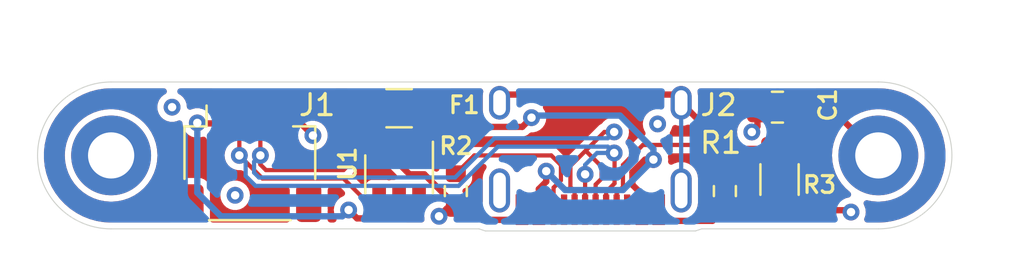
<source format=kicad_pcb>
(kicad_pcb (version 20210925) (generator pcbnew)
  (layers (0 "F.Cu" signal) (31 "B.Cu" signal) (34 "B.Paste" user) (35 "F.Paste" user) (36 "B.SilkS" user "B.Silkscreen") (37 "F.SilkS" user "F.Silkscreen") (38 "B.Mask" user) (39 "F.Mask" user) (44 "Edge.Cuts" user))
  (net 0 "")
  (footprint "Fuse:Fuse_1206_3216Metric" (layer "F.Cu") (at 37.9 25.85)
    (fp_text reference "F1" (at 3.1 -0.15) (layer "F.SilkS") (effects (font (size 0.8 0.8))))
    (fp_text value "500mA")
    (fp_line (start -0.602064 -0.91) (end 0.602064 -0.91) (layer "F.SilkS") (width 0.12))
    (fp_line (start -0.602064 0.91) (end 0.602064 0.91) (layer "F.SilkS") (width 0.12))
    (pad "1" smd roundrect locked (at -1.4 0) (size 1.25 1.75) (layers "F.Cu" "F.Paste" "F.Mask") (roundrect_rratio 0.2))
    (pad "2" smd roundrect locked (at 1.4 0) (size 1.25 1.75) (layers "F.Cu" "F.Paste" "F.Mask") (roundrect_rratio 0.2))
  )
  (footprint "Resistor_SMD:R_0603_1608Metric" (layer "F.Cu") (at 40.6 29.8 90)
    (fp_text reference "R2" (at 2.15 0 -180) (layer "F.SilkS") (effects (font (size 0.8 0.8))))
    (fp_text value "5.1K")
    (fp_line (start -0.237258 -0.5225) (end 0.237258 -0.5225) (layer "F.SilkS") (width 0.12))
    (fp_line (start -0.237258 0.5225) (end 0.237258 0.5225) (layer "F.SilkS") (width 0.12))
    (pad "1" smd roundrect locked (at -0.825 0 90) (size 0.8 0.95) (layers "F.Cu" "F.Paste" "F.Mask"))
    (pad "2" smd roundrect locked (at 0.825 0 90) (size 0.8 0.95) (layers "F.Cu" "F.Paste" "F.Mask"))
  )
  (footprint "MountingHole:MountingHole_2.2mm_M2_DIN965_Pad" (layer "F.Cu") (at 24.2 28.1)
    (fp_text reference "H1" hide)
    (fp_text value "MountingHole")
    (pad "1" thru_hole circle locked (at 0 0) (size 3.8 3.8) (drill 2.2) (layers *.Cu *.Mask))
  )
  (footprint "Resistor_SMD:R_0603_1608Metric" (layer "F.Cu") (at 53.4 29.8 90)
    (fp_text reference "R1" (at 2.3 -0.2) (layer "F.SilkS"))
    (fp_text value "5.1K")
    (fp_line (start -0.237258 0.5225) (end 0.237258 0.5225) (layer "F.SilkS") (width 0.12))
    (fp_line (start -0.237258 -0.5225) (end 0.237258 -0.5225) (layer "F.SilkS") (width 0.12))
    (pad "1" smd roundrect locked (at -0.825 0 90) (size 0.8 0.95) (layers "F.Cu" "F.Paste" "F.Mask"))
    (pad "2" smd roundrect locked (at 0.825 0 90) (size 0.8 0.95) (layers "F.Cu" "F.Paste" "F.Mask"))
  )
  (footprint "Resistor_SMD:R_1206_3216Metric" (layer "F.Cu") (at 56 29.25 -90)
    (fp_text reference "R3" (at 0.25 -1.9) (layer "F.SilkS") (effects (font (size 0.8 0.8))))
    (fp_text value "1M")
    (fp_line (start -0.727064 0.91) (end 0.727064 0.91) (layer "F.SilkS") (width 0.12))
    (fp_line (start -0.727064 -0.91) (end 0.727064 -0.91) (layer "F.SilkS") (width 0.12))
    (pad "1" smd roundrect locked (at -1.4625 0 270) (size 1.125 1.75) (layers "F.Cu" "F.Paste" "F.Mask") (roundrect_rratio 0.2222222222))
    (pad "2" smd roundrect locked (at 1.4625 0 270) (size 1.125 1.75) (layers "F.Cu" "F.Paste" "F.Mask") (roundrect_rratio 0.2222222222))
  )
  (footprint "pcbart:tt_4mm" (layer "F.Cu") (at 55.2 29.1)
    (fp_text reference "Ref**" hide)
    (fp_text value "Val**" hide)
  )
  (footprint "MountingHole:MountingHole_2.2mm_M2_DIN965_Pad" (layer "F.Cu") (at 60.7 28.1)
    (fp_text reference "H2" hide)
    (fp_text value "MountingHole_Pad")
    (pad "1" thru_hole circle locked (at 0 0) (size 3.8 3.8) (drill 2.2) (layers *.Cu *.Mask))
  )
  (footprint "Connector_JST:JST_SH_SM04B-SRSS-TB_1x04-1MP_P1.00mm_Horizontal" (layer "F.Cu") (at 30.8 28.5)
    (fp_text reference "J1" (at 3.2 -2.8) (layer "F.SilkS"))
    (fp_text value "JST_SH_SM04B-SRSS-TB_1x04")
    (fp_line (start 3.11 0.715) (end 3.11 -1.785) (layer "F.SilkS") (width 0.12))
    (fp_line (start -2.06 -1.785) (end -2.06 -2.775) (layer "F.SilkS") (width 0.12))
    (fp_line (start -3.11 -1.785) (end -2.06 -1.785) (layer "F.SilkS") (width 0.12))
    (fp_line (start -1.94 2.685) (end 1.94 2.685) (layer "F.SilkS") (width 0.12))
    (fp_line (start -3.11 0.715) (end -3.11 -1.785) (layer "F.SilkS") (width 0.12))
    (fp_line (start 3.11 -1.785) (end 2.06 -1.785) (layer "F.SilkS") (width 0.12))
    (pad "1" smd roundrect locked (at -1.5 -2) (size 0.6 1.55) (layers "F.Cu" "F.Paste" "F.Mask"))
    (pad "2" smd roundrect locked (at -0.5 -2) (size 0.6 1.55) (layers "F.Cu" "F.Paste" "F.Mask"))
    (pad "3" smd roundrect locked (at 0.5 -2) (size 0.6 1.55) (layers "F.Cu" "F.Paste" "F.Mask"))
    (pad "4" smd roundrect locked (at 1.5 -2) (size 0.6 1.55) (layers "F.Cu" "F.Paste" "F.Mask"))
    (pad "MP" smd roundrect locked (at 2.8 1.875) (size 1.2 1.8) (layers "F.Cu" "F.Paste" "F.Mask") (roundrect_rratio 0.2083333333))
    (pad "MP" smd roundrect locked (at -2.8 1.875) (size 1.2 1.8) (layers "F.Cu" "F.Paste" "F.Mask") (roundrect_rratio 0.2083333333))
  )
  (footprint "Capacitor_SMD:C_0805_2012Metric" (layer "F.Cu") (at 55.9 25.8 180)
    (fp_text reference "C1" (at -2.4 0.1 90) (layer "F.SilkS") (effects (font (size 0.8 0.8))))
    (fp_text value "470n")
    (fp_line (start -0.261252 -0.735) (end 0.261252 -0.735) (layer "F.SilkS") (width 0.12))
    (fp_line (start -0.261252 0.735) (end 0.261252 0.735) (layer "F.SilkS") (width 0.12))
    (pad "1" smd roundrect locked (at -0.95 0 180) (size 1 1.45) (layers "F.Cu" "F.Paste" "F.Mask"))
    (pad "2" smd roundrect locked (at 0.95 0 180) (size 1 1.45) (layers "F.Cu" "F.Paste" "F.Mask"))
  )
  (footprint "Package_TO_SOT_SMD:SOT-23-6" (layer "F.Cu") (at 37.9 29 -90)
    (fp_text reference "U1" (at -0.5 2.45 90) (layer "F.SilkS") (effects (font (size 0.8 0.8))))
    (fp_text value "SRV05-4")
    (fp_line (start -0.9 1.61) (end 0.9 1.61) (layer "F.SilkS") (width 0.12))
    (fp_line (start 0.9 -1.61) (end -1.55 -1.61) (layer "F.SilkS") (width 0.12))
    (pad "1" smd rect locked (at -1.1 -0.95 270) (size 1.06 0.65) (layers "F.Cu" "F.Paste" "F.Mask"))
    (pad "2" smd rect locked (at -1.1 0 270) (size 1.06 0.65) (layers "F.Cu" "F.Paste" "F.Mask"))
    (pad "3" smd rect locked (at -1.1 0.95 270) (size 1.06 0.65) (layers "F.Cu" "F.Paste" "F.Mask"))
    (pad "4" smd rect locked (at 1.1 0.95 270) (size 1.06 0.65) (layers "F.Cu" "F.Paste" "F.Mask"))
    (pad "5" smd rect locked (at 1.1 0 270) (size 1.06 0.65) (layers "F.Cu" "F.Paste" "F.Mask"))
    (pad "6" smd rect locked (at 1.1 -0.95 270) (size 1.06 0.65) (layers "F.Cu" "F.Paste" "F.Mask"))
  )
  (footprint "Connector_USB:USB_C_Receptacle_HRO_TYPE-C-31-M-12" (layer "F.Cu") (at 47 26.64 180)
    (fp_text reference "J2" (at -6.1 0.94 180) (layer "F.SilkS"))
    (fp_text value "USB_C_Receptacle_USB2.0")
    (pad "" np_thru_hole circle locked (at 2.89 -2.6 180) (size 0.65 0.65) (drill 0.65) (layers *.Cu *.Mask))
    (pad "" np_thru_hole circle locked (at -2.89 -2.6 180) (size 0.65 0.65) (drill 0.65) (layers *.Cu *.Mask))
    (pad "A1" smd rect locked (at -3.25 -4.045 180) (size 0.6 1.45) (layers "F.Cu" "F.Paste" "F.Mask"))
    (pad "A4" smd rect locked (at -2.45 -4.045 180) (size 0.6 1.45) (layers "F.Cu" "F.Paste" "F.Mask"))
    (pad "A5" smd rect locked (at -1.25 -4.045 180) (size 0.3 1.45) (layers "F.Cu" "F.Paste" "F.Mask"))
    (pad "A6" smd rect locked (at -0.25 -4.045 180) (size 0.3 1.45) (layers "F.Cu" "F.Paste" "F.Mask"))
    (pad "A7" smd rect locked (at 0.25 -4.045 180) (size 0.3 1.45) (layers "F.Cu" "F.Paste" "F.Mask"))
    (pad "A8" smd rect locked (at 1.25 -4.045 180) (size 0.3 1.45) (layers "F.Cu" "F.Paste" "F.Mask"))
    (pad "A9" smd rect locked (at 2.45 -4.045 180) (size 0.6 1.45) (layers "F.Cu" "F.Paste" "F.Mask"))
    (pad "A12" smd rect locked (at 3.25 -4.045 180) (size 0.6 1.45) (layers "F.Cu" "F.Paste" "F.Mask"))
    (pad "B1" smd rect locked (at 3.25 -4.045 180) (size 0.6 1.45) (layers "F.Cu" "F.Paste" "F.Mask"))
    (pad "B4" smd rect locked (at 2.45 -4.045 180) (size 0.6 1.45) (layers "F.Cu" "F.Paste" "F.Mask"))
    (pad "B5" smd rect locked (at 1.75 -4.045 180) (size 0.3 1.45) (layers "F.Cu" "F.Paste" "F.Mask"))
    (pad "B6" smd rect locked (at 0.75 -4.045 180) (size 0.3 1.45) (layers "F.Cu" "F.Paste" "F.Mask"))
    (pad "B7" smd rect locked (at -0.75 -4.045 180) (size 0.3 1.45) (layers "F.Cu" "F.Paste" "F.Mask"))
    (pad "B8" smd rect locked (at -1.75 -4.045 180) (size 0.3 1.45) (layers "F.Cu" "F.Paste" "F.Mask"))
    (pad "B9" smd rect locked (at -2.45 -4.045 180) (size 0.6 1.45) (layers "F.Cu" "F.Paste" "F.Mask"))
    (pad "B12" smd rect locked (at -3.25 -4.045 180) (size 0.6 1.45) (layers "F.Cu" "F.Paste" "F.Mask"))
    (pad "S1" thru_hole oval locked (at -4.32 -3.13 180) (size 1 2.1) (drill oval 0.6 1.7) (layers *.Cu *.Mask))
    (pad "S1" thru_hole oval locked (at 4.32 1.05 180) (size 1 1.6) (drill oval 0.6 1.2) (layers *.Cu *.Mask))
    (pad "S1" thru_hole oval locked (at -4.32 1.05 180) (size 1 1.6) (drill oval 0.6 1.2) (layers *.Cu *.Mask))
    (pad "S1" thru_hole oval locked (at 4.32 -3.13 180) (size 1 2.1) (drill oval 0.6 1.7) (layers *.Cu *.Mask))
  )
  (gr_arc (start 24.2 28.1) (end 24.2 24.6) (angle -180) (layer "Edge.Cuts") (width 0.05))
  (gr_line (start 52 31.7) (end 52.3 31.6) (layer "Edge.Cuts") (width 0.05))
  (gr_line (start 41.7 31.6) (end 42 31.7) (layer "Edge.Cuts") (width 0.05))
  (gr_line (start 52.3 31.6) (end 60.7 31.6) (layer "Edge.Cuts") (width 0.05))
  (gr_line (start 41.7 31.6) (end 24.2 31.6) (layer "Edge.Cuts") (width 0.05))
  (gr_line (start 24.2 24.6) (end 60.7 24.6) (layer "Edge.Cuts") (width 0.05))
  (gr_arc (start 60.700002 28.099999) (end 60.7 31.6) (angle -180) (layer "Edge.Cuts") (width 0.05))
  (gr_line (start 42 31.7) (end 52 31.7) (layer "Edge.Cuts") (width 0.05))
  (segment (start 37.9 28.504022) (end 37.9 27.9) (width 0.3) (layer "F.Cu") (net 0))
  (segment (start 31.565686 28.8) (end 35.254999 28.8) (width 0.2) (layer "F.Cu") (net 0))
  (segment (start 29.7 25.2) (end 34.2 25.2) (width 0.3) (layer "F.Cu") (net 0))
  (segment (start 47.25 29.490729) (end 47.53037 29.210359) (width 0.2) (layer "F.Cu") (net 0))
  (segment (start 43.07 25.2) (end 42.68 25.59) (width 0.3) (layer "F.Cu") (net 0))
  (segment (start 53.4675 27.7875) (end 53.4675 27.7375) (width 0.3) (layer "F.Cu") (net 0))
  (segment (start 47.25 30.735) (end 47.25 29.490729) (width 0.2) (layer "F.Cu") (net 0))
  (segment (start 45.25 30.735) (end 45.25 29.635718) (width 0.2) (layer "F.Cu") (net 0))
  (segment (start 56.85 26.9375) (end 56 27.7875) (width 0.3) (layer "F.Cu") (net 0))
  (segment (start 39.8 31.0005) (end 40.1755 30.625) (width 0.3) (layer "F.Cu") (net 0))
  (segment (start 50.25 30.735) (end 50.73452 31.21952) (width 0.3) (layer "F.Cu") (net 0))
  (segment (start 46.050489 29.610978) (end 46.050489 28.599511) (width 0.2) (layer "F.Cu") (net 0))
  (segment (start 29.3 25.6) (end 29.7 25.2) (width 0.3) (layer "F.Cu") (net 0))
  (segment (start 56.85 25.8) (end 56.85 26.9375) (width 0.3) (layer "F.Cu") (net 0))
  (segment (start 48.831706 28.268294) (end 49.499511 27.600489) (width 0.2) (layer "F.Cu") (net 0))
  (segment (start 40.1755 30.625) (end 40.6 30.625) (width 0.3) (layer "F.Cu") (net 0))
  (segment (start 40.6 30.625) (end 40.6 30.5) (width 0.3) (layer "F.Cu") (net 0))
  (segment (start 45.25 29.635718) (end 45.599511 29.286207) (width 0.2) (layer "F.Cu") (net 0))
  (segment (start 47.667804 26.982196) (end 48.132195 26.982196) (width 0.2) (layer "F.Cu") (net 0))
  (segment (start 48.15098 28.000981) (end 48.132195 27.982196) (width 0.2) (layer "F.Cu") (net 0))
  (segment (start 50.93 25.2) (end 43.07 25.2) (width 0.3) (layer "F.Cu") (net 0))
  (segment (start 49.00002 28.89998) (end 49.6 28.3) (width 0.3) (layer "F.Cu") (net 0))
  (segment (start 31.3 28.1) (end 31.3 28.534314) (width 0.2) (layer "F.Cu") (net 0))
  (segment (start 52.80548 31.21952) (end 53.4 30.625) (width 0.3) (layer "F.Cu") (net 0))
  (segment (start 46.25 30.735) (end 46.25 29.810489) (width 0.2) (layer "F.Cu") (net 0))
  (segment (start 28.325 26.575) (end 29.3 26.575) (width 0.3) (layer "F.Cu") (net 0))
  (segment (start 46.25 29.810489) (end 46.050489 29.610978) (width 0.2) (layer "F.Cu") (net 0))
  (segment (start 54.95 26.715539) (end 54.95 25.8) (width 0.3) (layer "F.Cu") (net 0))
  (segment (start 37.9 30.704022) (end 37.9 30.3) (width 0.3) (layer "F.Cu") (net 0))
  (segment (start 36.154999 27.9) (end 36.95 27.9) (width 0.2) (layer "F.Cu") (net 0))
  (segment (start 51.32 25.59) (end 50.93 25.2) (width 0.3) (layer "F.Cu") (net 0))
  (segment (start 37.9 28.1) (end 37.9 27.495978) (width 0.3) (layer "F.Cu") (net 0))
  (segment (start 55.9125 30.625) (end 56 30.7125) (width 0.3) (layer "F.Cu") (net 0))
  (segment (start 49.6 28.3) (end 50 28.3) (width 0.3) (layer "F.Cu") (net 0))
  (segment (start 59.3125 30.7125) (end 56 30.7125) (width 0.3) (layer "F.Cu") (net 0))
  (segment (start 53.4675 27.7375) (end 51.32 25.59) (width 0.3) (layer "F.Cu") (net 0))
  (segment (start 46.75 30.735) (end 46.75 29.00147) (width 0.2) (layer "F.Cu") (net 0))
  (segment (start 28.3 26.55) (end 28.325 26.575) (width 0.3) (layer "F.Cu") (net 0))
  (segment (start 35.254999 29.2) (end 36.154999 30.1) (width 0.2) (layer "F.Cu") (net 0))
  (segment (start 48.5505 29.5995) (end 48.5505 28.55315) (width 0.2) (layer "F.Cu") (net 0))
  (segment (start 30.3 28.1) (end 30.3 26.575) (width 0.2) (layer "F.Cu") (net 0))
  (segment (start 48.15098 29.434014) (end 47.75 29.834994) (width 0.2) (layer "F.Cu") (net 0))
  (segment (start 47.53037 28.63037) (end 46.775 27.875) (width 0.2) (layer "F.Cu") (net 0))
  (segment (start 56.85 25.8) (end 58.4 25.8) (width 0.3) (layer "F.Cu") (net 0))
  (segment (start 48.25 29.9) (end 48.5505 29.5995) (width 0.2) (layer "F.Cu") (net 0))
  (segment (start 44.2 26.3) (end 43.76048 26.73952) (width 0.3) (layer "F.Cu") (net 0))
  (segment (start 58.4 25.8) (end 60.7 28.1) (width 0.3) (layer "F.Cu") (net 0))
  (segment (start 36.95 28.1) (end 36.745 28.1) (width 0.2) (layer "F.Cu") (net 0))
  (segment (start 31.3 28.1) (end 31.3 26.575) (width 0.2) (layer "F.Cu") (net 0))
  (segment (start 43.31548 31.16952) (end 42.06952 31.16952) (width 0.3) (layer "F.Cu") (net 0))
  (segment (start 47.53037 29.210359) (end 47.53037 28.63037) (width 0.2) (layer "F.Cu") (net 0))
  (segment (start 36.45 25.9) (end 36.5 25.85) (width 0.3) (layer "F.Cu") (net 0))
  (segment (start 48.5505 28.55315) (end 48.831706 28.271944) (width 0.2) (layer "F.Cu") (net 0))
  (segment (start 49.499511 27.600489) (end 52.025489 27.600489) (width 0.2) (layer "F.Cu") (net 0))
  (segment (start 45.599511 28.560252) (end 45.139737 28.100478) (width 0.2) (layer "F.Cu") (net 0))
  (segment (start 44.9 29.35) (end 44.55 29.7) (width 0.3) (layer "F.Cu") (net 0))
  (segment (start 40.18952 26.73952) (end 39.3 25.85) (width 0.3) (layer "F.Cu") (net 0))
  (segment (start 31.4 29.2) (end 35.254999 29.2) (width 0.2) (layer "F.Cu") (net 0))
  (segment (start 34.2 25.2) (end 34.9 25.9) (width 0.3) (layer "F.Cu") (net 0))
  (segment (start 48.15098 29.434014) (end 48.15098 28.000981) (width 0.2) (layer "F.Cu") (net 0))
  (segment (start 39.1 29) (end 38.395978 29) (width 0.3) (layer "F.Cu") (net 0))
  (segment (start 43.75 30.735) (end 43.31548 31.16952) (width 0.3) (layer "F.Cu") (net 0))
  (segment (start 41.474522 28.100478) (end 40.6 28.975) (width 0.2) (layer "F.Cu") (net 0))
  (segment (start 49.45 30.735) (end 49.45 29.95) (width 0.3) (layer "F.Cu") (net 0))
  (segment (start 44.55 29.7) (end 44.55 30.735) (width 0.3) (layer "F.Cu") (net 0))
  (segment (start 49.45 29.95) (end 49.00002 29.50002) (width 0.3) (layer "F.Cu") (net 0))
  (segment (start 33.8 27.15) (end 33.225 26.575) (width 0.3) (layer "F.Cu") (net 0))
  (segment (start 42.06952 31.16952) (end 41.8 30.9) (width 0.3) (layer "F.Cu") (net 0))
  (segment (start 59.4 30.8) (end 59.3125 30.7125) (width 0.3) (layer "F.Cu") (net 0))
  (segment (start 40.6 30.5) (end 39.1 29) (width 0.3) (layer "F.Cu") (net 0))
  (segment (start 44.9 28.85) (end 44.9 29.35) (width 0.3) (layer "F.Cu") (net 0))
  (segment (start 36.154999 30.1) (end 36.95 30.1) (width 0.2) (layer "F.Cu") (net 0))
  (segment (start 38.395978 29) (end 37.9 28.504022) (width 0.3) (layer "F.Cu") (net 0))
  (segment (start 46.775 27.875) (end 47.667804 26.982196) (width 0.2) (layer "F.Cu") (net 0))
  (segment (start 49.00002 29.50002) (end 49.00002 28.89998) (width 0.3) (layer "F.Cu") (net 0))
  (segment (start 32.3 26.575) (end 33.225 26.575) (width 0.3) (layer "F.Cu") (net 0))
  (segment (start 48.25 30.735) (end 48.25 29.9) (width 0.2) (layer "F.Cu") (net 0))
  (segment (start 45.599511 29.286207) (end 45.599511 28.560252) (width 0.2) (layer "F.Cu") (net 0))
  (segment (start 29.3 26.575) (end 29.3 25.6) (width 0.3) (layer "F.Cu") (net 0))
  (segment (start 30.3 28.1) (end 31.4 29.2) (width 0.2) (layer "F.Cu") (net 0))
  (segment (start 35.9 31.1) (end 37.504022 31.1) (width 0.3) (layer "F.Cu") (net 0))
  (segment (start 50.73452 31.21952) (end 52.80548 31.21952) (width 0.3) (layer "F.Cu") (net 0))
  (segment (start 52.025489 27.600489) (end 53.4 28.975) (width 0.2) (layer "F.Cu") (net 0))
  (segment (start 37.504022 31.1) (end 37.9 30.704022) (width 0.3) (layer "F.Cu") (net 0))
  (segment (start 35.5 30.7) (end 35.9 31.1) (width 0.3) (layer "F.Cu") (net 0))
  (segment (start 48.831706 28.271944) (end 48.831706 28.268294) (width 0.2) (layer "F.Cu") (net 0))
  (segment (start 54.525 30.625) (end 55.9125 30.625) (width 0.3) (layer "F.Cu") (net 0))
  (segment (start 47.75 29.834994) (end 47.75 30.735) (width 0.2) (layer "F.Cu") (net 0))
  (segment (start 56 27.7875) (end 53.4675 27.7875) (width 0.3) (layer "F.Cu") (net 0))
  (segment (start 34.9 25.9) (end 36.45 25.9) (width 0.3) (layer "F.Cu") (net 0))
  (segment (start 43.76048 26.73952) (end 40.18952 26.73952) (width 0.3) (layer "F.Cu") (net 0))
  (segment (start 35.254999 28.8) (end 36.154999 27.9) (width 0.2) (layer "F.Cu") (net 0))
  (segment (start 45.139737 28.100478) (end 41.474522 28.100478) (width 0.2) (layer "F.Cu") (net 0))
  (segment (start 53.4 30.625) (end 54.525 30.625) (width 0.3) (layer "F.Cu") (net 0))
  (segment (start 54.68109 26.984449) (end 54.95 26.715539) (width 0.3) (layer "F.Cu") (net 0))
  (segment (start 31.3 28.534314) (end 31.565686 28.8) (width 0.2) (layer "F.Cu") (net 0))
  (segment (start 46.050489 28.599511) (end 46.775 27.875) (width 0.2) (layer "F.Cu") (net 0))
  (segment (start 40.6 30.625) (end 40.75 30.625) (width 0.3) (layer "F.Cu") (net 0))
  (via (at 27.1 25.8) (size 0.8) (drill 0.4) (layers "F.Cu" "B.Cu") (net 0))
  (via (at 31.3 28.1) (size 0.8) (drill 0.4) (layers "F.Cu" "B.Cu") (net 0))
  (via (at 39.8 31.0005) (size 0.8) (drill 0.4) (layers "F.Cu" "B.Cu") (net 0))
  (via (at 46.75 29.00147) (size 0.8) (drill 0.4) (layers "F.Cu" "B.Cu") (net 0))
  (via (at 59.4 30.8) (size 0.8) (drill 0.4) (layers "F.Cu" "B.Cu") (net 0))
  (via (at 54.68109 26.984449) (size 0.8) (drill 0.4) (layers "F.Cu" "B.Cu") (net 0))
  (via (at 50.2 26.6) (size 0.8) (drill 0.4) (layers "F.Cu" "B.Cu") (net 0))
  (via (at 30.1 30) (size 0.8) (drill 0.4) (layers "F.Cu" "B.Cu") (net 0))
  (via (at 44.2 26.3) (size 0.8) (drill 0.4) (layers "F.Cu" "B.Cu") (net 0))
  (via (at 35.5 30.7) (size 0.8) (drill 0.4) (layers "F.Cu" "B.Cu") (net 0))
  (via (at 33.8 27.15) (size 0.8) (drill 0.4) (layers "F.Cu" "B.Cu") (net 0))
  (via (at 44.9 28.85) (size 0.8) (drill 0.4) (layers "F.Cu" "B.Cu") (net 0))
  (via (at 30.3 28.1) (size 0.8) (drill 0.4) (layers "F.Cu" "B.Cu") (net 0))
  (via (at 50 28.3) (size 0.8) (drill 0.4) (layers "F.Cu" "B.Cu") (net 0))
  (via (at 48.132195 27.982196) (size 0.8) (drill 0.4) (layers "F.Cu" "B.Cu") (net 0))
  (via (at 48.132195 26.982196) (size 0.8) (drill 0.4) (layers "F.Cu" "B.Cu") (net 0))
  (via (at 28.3 26.55) (size 0.8) (drill 0.4) (layers "F.Cu" "B.Cu") (net 0))
  (segment (start 50 27.790031) (end 48.409969 26.2) (width 0.3) (layer "B.Cu") (net 0))
  (segment (start 46.80147 28.95) (end 46.75 29.00147) (width 0.2) (layer "B.Cu") (net 0))
  (segment (start 40.732844 29.55) (end 42.600648 27.682196) (width 0.2) (layer "B.Cu") (net 0))
  (segment (start 46.75 28.55) (end 47.317804 27.982196) (width 0.2) (layer "B.Cu") (net 0))
  (segment (start 50 28.3) (end 50 27.790031) (width 0.3) (layer "B.Cu") (net 0))
  (segment (start 29.4255 31.0005) (end 28.3 29.875) (width 0.3) (layer "B.Cu") (net 0))
  (segment (start 48.409969 26.2) (end 44.3 26.2) (width 0.3) (layer "B.Cu") (net 0))
  (segment (start 47.832195 27.682196) (end 48.132195 27.982196) (width 0.2) (layer "B.Cu") (net 0))
  (segment (start 47.317804 27.982196) (end 48.132195 27.982196) (width 0.2) (layer "B.Cu") (net 0))
  (segment (start 44.9 28.85) (end 45.800981 29.750981) (width 0.3) (layer "B.Cu") (net 0))
  (segment (start 42.600648 27.682196) (end 46.732196 27.682196) (width 0.2) (layer "B.Cu") (net 0))
  (segment (start 48.549019 29.750981) (end 50 28.3) (width 0.3) (layer "B.Cu") (net 0))
  (segment (start 44.3 26.2) (end 44.2 26.3) (width 0.3) (layer "B.Cu") (net 0))
  (segment (start 31 28.917156) (end 31.232844 29.15) (width 0.2) (layer "B.Cu") (net 0))
  (segment (start 45.800981 29.750981) (end 48.549019 29.750981) (width 0.3) (layer "B.Cu") (net 0))
  (segment (start 51.32 29.77) (end 51.32 25.59) (width 0.2) (layer "B.Cu") (net 0))
  (segment (start 30.6 28.4) (end 30.6 29.082844) (width 0.2) (layer "B.Cu") (net 0))
  (segment (start 50 28.3) (end 49.9 28.2) (width 0.3) (layer "B.Cu") (net 0))
  (segment (start 46.75 29.00147) (end 46.75 28.55) (width 0.2) (layer "B.Cu") (net 0))
  (segment (start 30.6 29.082844) (end 31.067156 29.55) (width 0.2) (layer "B.Cu") (net 0))
  (segment (start 28.3 29.875) (end 28.3 26.55) (width 0.3) (layer "B.Cu") (net 0))
  (segment (start 35.5 30.7) (end 35.1995 31.0005) (width 0.3) (layer "B.Cu") (net 0))
  (segment (start 46.732196 27.682196) (end 47.832195 27.682196) (width 0.2) (layer "B.Cu") (net 0))
  (segment (start 31.067156 29.55) (end 40.732844 29.55) (width 0.2) (layer "B.Cu") (net 0))
  (segment (start 31.3 28.1) (end 31 28.4) (width 0.2) (layer "B.Cu") (net 0))
  (segment (start 31 28.4) (end 31 28.917156) (width 0.2) (layer "B.Cu") (net 0))
  (segment (start 35.1995 31.0005) (end 29.4255 31.0005) (width 0.3) (layer "B.Cu") (net 0))
  (segment (start 47.832195 27.282196) (end 48.132195 26.982196) (width 0.2) (layer "B.Cu") (net 0))
  (segment (start 42.43496 27.282196) (end 47.832195 27.282196) (width 0.2) (layer "B.Cu") (net 0))
  (segment (start 40.567156 29.15) (end 42.43496 27.282196) (width 0.2) (layer "B.Cu") (net 0))
  (segment (start 30.3 28.1) (end 30.6 28.4) (width 0.2) (layer "B.Cu") (net 0))
  (segment (start 31.232844 29.15) (end 40.567156 29.15) (width 0.2) (layer "B.Cu") (net 0))
  (zone (net 0) (net_name "") (layers F&B.Cu) (connect_pads (clearance 0.3)) (min_thickness 0.3) (fill yes (thermal_gap 0.5) (thermal_bridge_width 0.5))
    (polygon (pts (xy 64.7 32.6) (xy 20.7 32.6) (xy 20.7 24.6) (xy 64.7 24.6)))
  )
)
</source>
